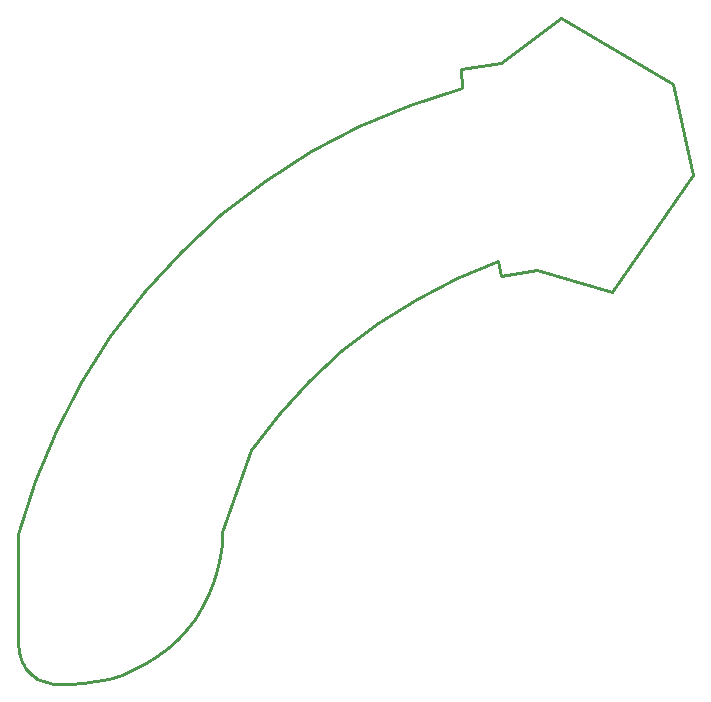
<source format=gko>
G04 EAGLE Gerber X2 export*
G75*
%MOMM*%
%FSLAX34Y34*%
%LPD*%
%AMOC8*
5,1,8,0,0,1.08239X$1,22.5*%
G01*
%ADD10C,0.254000*%


D10*
X0Y32248D02*
X123Y29438D01*
X490Y26649D01*
X1099Y23902D01*
X1945Y21219D01*
X3021Y18620D01*
X4320Y16124D01*
X5832Y13752D01*
X7545Y11520D01*
X9445Y9445D01*
X11520Y7545D01*
X13752Y5832D01*
X16124Y4320D01*
X18620Y3021D01*
X21219Y1945D01*
X23902Y1099D01*
X26649Y490D01*
X29438Y123D01*
X32248Y0D01*
X43174Y0D01*
X54465Y493D01*
X65670Y1968D01*
X76704Y4414D01*
X87483Y7813D01*
X97925Y12138D01*
X107950Y17357D01*
X117482Y23429D01*
X126449Y30310D01*
X134781Y37945D01*
X142417Y46278D01*
X149297Y55244D01*
X155370Y64776D01*
X160588Y74801D01*
X164913Y85243D01*
X168312Y96022D01*
X170758Y107056D01*
X172233Y118261D01*
X172720Y128270D01*
X196850Y198120D01*
X220203Y228408D01*
X246107Y256546D01*
X274365Y282319D01*
X304762Y305531D01*
X337066Y326005D01*
X371031Y343586D01*
X406400Y358140D01*
X408940Y345440D01*
X439420Y350520D01*
X502920Y331470D01*
X570740Y430530D01*
X554230Y507900D01*
X459740Y563780D01*
X408940Y525780D01*
X374650Y520700D01*
X375920Y504190D01*
X331637Y490145D01*
X288746Y472295D01*
X247574Y450774D01*
X208434Y425746D01*
X171625Y397403D01*
X137426Y365959D01*
X106098Y331654D01*
X77879Y294749D01*
X52983Y255526D01*
X31601Y214281D01*
X13895Y171331D01*
X0Y127000D01*
X0Y32248D01*
M02*

</source>
